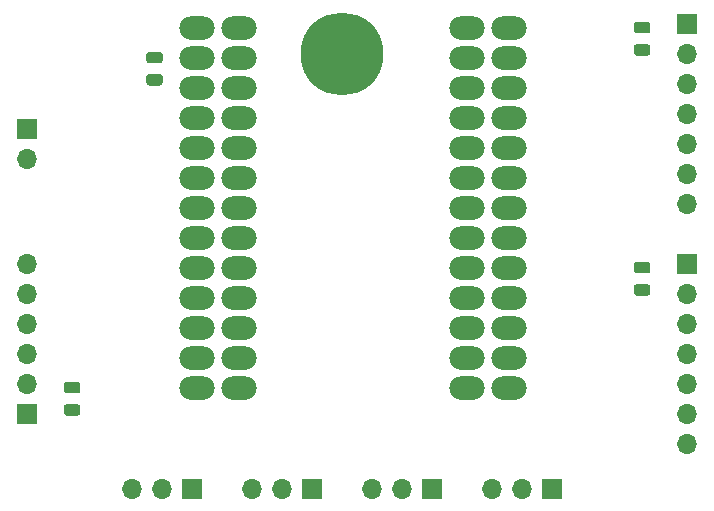
<source format=gbr>
G04 #@! TF.GenerationSoftware,KiCad,Pcbnew,5.1.7-a382d34a8~88~ubuntu20.04.1*
G04 #@! TF.CreationDate,2021-06-05T17:46:56-07:00*
G04 #@! TF.ProjectId,ft4232h-breakout,66743432-3332-4682-9d62-7265616b6f75,Jun2021*
G04 #@! TF.SameCoordinates,Original*
G04 #@! TF.FileFunction,Soldermask,Bot*
G04 #@! TF.FilePolarity,Negative*
%FSLAX46Y46*%
G04 Gerber Fmt 4.6, Leading zero omitted, Abs format (unit mm)*
G04 Created by KiCad (PCBNEW 5.1.7-a382d34a8~88~ubuntu20.04.1) date 2021-06-05 17:46:56*
%MOMM*%
%LPD*%
G01*
G04 APERTURE LIST*
%ADD10C,7.000000*%
%ADD11O,1.700000X1.700000*%
%ADD12R,1.700000X1.700000*%
%ADD13O,3.000000X2.000000*%
G04 APERTURE END LIST*
D10*
G04 #@! TO.C,TP1*
X99060000Y-87630000D03*
G04 #@! TD*
D11*
G04 #@! TO.C,J9*
X72390000Y-96520000D03*
D12*
X72390000Y-93980000D03*
G04 #@! TD*
D13*
G04 #@! TO.C,X1*
X90325000Y-115940000D03*
X113200000Y-110860000D03*
X90325000Y-108320000D03*
X113200000Y-115940000D03*
X109675000Y-115940000D03*
X109675000Y-110860000D03*
X86800000Y-115940000D03*
X90325000Y-105780000D03*
X109675000Y-113400000D03*
X109675000Y-108320000D03*
X113200000Y-105780000D03*
X109675000Y-105780000D03*
X90325000Y-113400000D03*
X86800000Y-105780000D03*
X113200000Y-113400000D03*
X90325000Y-110860000D03*
X86800000Y-108320000D03*
X86800000Y-110860000D03*
X113200000Y-108320000D03*
X86800000Y-113400000D03*
X113200000Y-98160000D03*
X109675000Y-98160000D03*
X86800000Y-100700000D03*
X113200000Y-95620000D03*
X109675000Y-100700000D03*
X90325000Y-100700000D03*
X86800000Y-95620000D03*
X109675000Y-95620000D03*
X113200000Y-100700000D03*
X90325000Y-95620000D03*
X90325000Y-103240000D03*
X113200000Y-103240000D03*
X90325000Y-98160000D03*
X109675000Y-103240000D03*
X86800000Y-103240000D03*
X86800000Y-98160000D03*
X113200000Y-93080000D03*
X109675000Y-93080000D03*
X113200000Y-90540000D03*
X86800000Y-90540000D03*
X109675000Y-90540000D03*
X90325000Y-90540000D03*
X90325000Y-93080000D03*
X86800000Y-93080000D03*
X113200000Y-88000000D03*
X86800000Y-88000000D03*
X109675000Y-88000000D03*
X90325000Y-88000000D03*
X86800000Y-85460000D03*
X113200000Y-85460000D03*
X90325000Y-85460000D03*
X109675000Y-85460000D03*
G04 #@! TD*
D11*
G04 #@! TO.C,J8*
X72390000Y-105410000D03*
X72390000Y-107950000D03*
X72390000Y-110490000D03*
X72390000Y-113030000D03*
X72390000Y-115570000D03*
D12*
X72390000Y-118110000D03*
G04 #@! TD*
D11*
G04 #@! TO.C,J7*
X128270000Y-120650000D03*
X128270000Y-118110000D03*
X128270000Y-115570000D03*
X128270000Y-113030000D03*
X128270000Y-110490000D03*
X128270000Y-107950000D03*
D12*
X128270000Y-105410000D03*
G04 #@! TD*
D11*
G04 #@! TO.C,J6*
X128270000Y-100330000D03*
X128270000Y-97790000D03*
X128270000Y-95250000D03*
X128270000Y-92710000D03*
X128270000Y-90170000D03*
X128270000Y-87630000D03*
D12*
X128270000Y-85090000D03*
G04 #@! TD*
D11*
G04 #@! TO.C,J4*
X81280000Y-124460000D03*
X83820000Y-124460000D03*
D12*
X86360000Y-124460000D03*
G04 #@! TD*
D11*
G04 #@! TO.C,J3*
X91440000Y-124460000D03*
X93980000Y-124460000D03*
D12*
X96520000Y-124460000D03*
G04 #@! TD*
D11*
G04 #@! TO.C,J2*
X101600000Y-124460000D03*
X104140000Y-124460000D03*
D12*
X106680000Y-124460000D03*
G04 #@! TD*
D11*
G04 #@! TO.C,J1*
X111760000Y-124460000D03*
X114300000Y-124460000D03*
D12*
X116840000Y-124460000D03*
G04 #@! TD*
G04 #@! TO.C,C6*
G36*
G01*
X124916250Y-85910000D02*
X124003750Y-85910000D01*
G75*
G02*
X123760000Y-85666250I0J243750D01*
G01*
X123760000Y-85178750D01*
G75*
G02*
X124003750Y-84935000I243750J0D01*
G01*
X124916250Y-84935000D01*
G75*
G02*
X125160000Y-85178750I0J-243750D01*
G01*
X125160000Y-85666250D01*
G75*
G02*
X124916250Y-85910000I-243750J0D01*
G01*
G37*
G36*
G01*
X124916250Y-87785000D02*
X124003750Y-87785000D01*
G75*
G02*
X123760000Y-87541250I0J243750D01*
G01*
X123760000Y-87053750D01*
G75*
G02*
X124003750Y-86810000I243750J0D01*
G01*
X124916250Y-86810000D01*
G75*
G02*
X125160000Y-87053750I0J-243750D01*
G01*
X125160000Y-87541250D01*
G75*
G02*
X124916250Y-87785000I-243750J0D01*
G01*
G37*
G04 #@! TD*
G04 #@! TO.C,C4*
G36*
G01*
X76656250Y-116390000D02*
X75743750Y-116390000D01*
G75*
G02*
X75500000Y-116146250I0J243750D01*
G01*
X75500000Y-115658750D01*
G75*
G02*
X75743750Y-115415000I243750J0D01*
G01*
X76656250Y-115415000D01*
G75*
G02*
X76900000Y-115658750I0J-243750D01*
G01*
X76900000Y-116146250D01*
G75*
G02*
X76656250Y-116390000I-243750J0D01*
G01*
G37*
G36*
G01*
X76656250Y-118265000D02*
X75743750Y-118265000D01*
G75*
G02*
X75500000Y-118021250I0J243750D01*
G01*
X75500000Y-117533750D01*
G75*
G02*
X75743750Y-117290000I243750J0D01*
G01*
X76656250Y-117290000D01*
G75*
G02*
X76900000Y-117533750I0J-243750D01*
G01*
X76900000Y-118021250D01*
G75*
G02*
X76656250Y-118265000I-243750J0D01*
G01*
G37*
G04 #@! TD*
G04 #@! TO.C,C3*
G36*
G01*
X124916250Y-106230000D02*
X124003750Y-106230000D01*
G75*
G02*
X123760000Y-105986250I0J243750D01*
G01*
X123760000Y-105498750D01*
G75*
G02*
X124003750Y-105255000I243750J0D01*
G01*
X124916250Y-105255000D01*
G75*
G02*
X125160000Y-105498750I0J-243750D01*
G01*
X125160000Y-105986250D01*
G75*
G02*
X124916250Y-106230000I-243750J0D01*
G01*
G37*
G36*
G01*
X124916250Y-108105000D02*
X124003750Y-108105000D01*
G75*
G02*
X123760000Y-107861250I0J243750D01*
G01*
X123760000Y-107373750D01*
G75*
G02*
X124003750Y-107130000I243750J0D01*
G01*
X124916250Y-107130000D01*
G75*
G02*
X125160000Y-107373750I0J-243750D01*
G01*
X125160000Y-107861250D01*
G75*
G02*
X124916250Y-108105000I-243750J0D01*
G01*
G37*
G04 #@! TD*
G04 #@! TO.C,C2*
G36*
G01*
X82728750Y-89350000D02*
X83641250Y-89350000D01*
G75*
G02*
X83885000Y-89593750I0J-243750D01*
G01*
X83885000Y-90081250D01*
G75*
G02*
X83641250Y-90325000I-243750J0D01*
G01*
X82728750Y-90325000D01*
G75*
G02*
X82485000Y-90081250I0J243750D01*
G01*
X82485000Y-89593750D01*
G75*
G02*
X82728750Y-89350000I243750J0D01*
G01*
G37*
G36*
G01*
X82728750Y-87475000D02*
X83641250Y-87475000D01*
G75*
G02*
X83885000Y-87718750I0J-243750D01*
G01*
X83885000Y-88206250D01*
G75*
G02*
X83641250Y-88450000I-243750J0D01*
G01*
X82728750Y-88450000D01*
G75*
G02*
X82485000Y-88206250I0J243750D01*
G01*
X82485000Y-87718750D01*
G75*
G02*
X82728750Y-87475000I243750J0D01*
G01*
G37*
G04 #@! TD*
M02*

</source>
